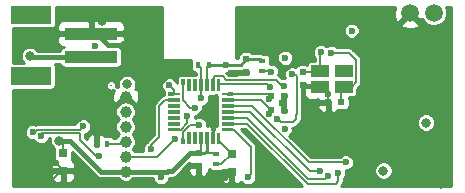
<source format=gbl>
G04 #@! TF.FileFunction,Copper,L4,Bot,Signal*
%FSLAX46Y46*%
G04 Gerber Fmt 4.6, Leading zero omitted, Abs format (unit mm)*
G04 Created by KiCad (PCBNEW 4.0.1-stable) date 27/01/2016 21:23:12*
%MOMM*%
G01*
G04 APERTURE LIST*
%ADD10C,0.100000*%
%ADD11R,0.600000X0.400000*%
%ADD12R,4.500000X1.000000*%
%ADD13R,3.400000X1.500000*%
%ADD14R,0.600000X0.500000*%
%ADD15R,0.500000X0.600000*%
%ADD16R,0.750000X0.800000*%
%ADD17C,1.500000*%
%ADD18C,1.000000*%
%ADD19R,0.400000X0.600000*%
%ADD20R,1.500000X1.000000*%
%ADD21R,0.300000X1.000000*%
%ADD22R,1.000000X0.300000*%
%ADD23C,0.600000*%
%ADD24C,0.800000*%
%ADD25C,0.150000*%
%ADD26C,0.280000*%
%ADD27C,0.400000*%
%ADD28C,0.180000*%
%ADD29C,0.300000*%
%ADD30C,0.254000*%
%ADD31C,0.250000*%
G04 APERTURE END LIST*
D10*
D11*
X68700000Y-61750000D03*
X68700000Y-60850000D03*
D12*
X58100000Y-52680000D03*
X58100000Y-50680000D03*
D13*
X53050000Y-54280000D03*
X53050000Y-49080000D03*
D14*
X79300000Y-56500000D03*
X78200000Y-56500000D03*
D15*
X76000000Y-53950000D03*
X76000000Y-55050000D03*
X67200000Y-60750000D03*
X67200000Y-61850000D03*
X71200000Y-52850000D03*
X71200000Y-53950000D03*
D14*
X73325000Y-55950000D03*
X74425000Y-55950000D03*
X73325000Y-57150000D03*
X74425000Y-57150000D03*
D16*
X55725000Y-60800000D03*
X55725000Y-62300000D03*
X70000000Y-60850000D03*
X70000000Y-62350000D03*
D17*
X87100000Y-48925000D03*
X85100000Y-48925000D03*
D18*
X61025000Y-62350000D03*
X61025000Y-61080000D03*
X61025000Y-59810000D03*
X61025000Y-58540000D03*
X61025000Y-57270000D03*
X61025000Y-56000000D03*
D11*
X72600000Y-52950000D03*
X72600000Y-53850000D03*
D19*
X67150000Y-53300000D03*
X68050000Y-53300000D03*
X58550000Y-60000000D03*
X59450000Y-60000000D03*
D20*
X77500000Y-53850000D03*
X77500000Y-55150000D03*
X79500000Y-53850000D03*
X79500000Y-55150000D03*
D10*
G36*
X65750000Y-54550000D02*
X66050000Y-54550000D01*
X66000000Y-55550000D01*
X65800000Y-55550000D01*
X65750000Y-54550000D01*
X65750000Y-54550000D01*
G37*
D21*
X66400000Y-55050000D03*
X66900000Y-55050000D03*
X67400000Y-55050000D03*
X67900000Y-55050000D03*
X68400000Y-55050000D03*
D10*
G36*
X68750000Y-54550000D02*
X69050000Y-54550000D01*
X69000000Y-55550000D01*
X68800000Y-55550000D01*
X68750000Y-54550000D01*
X68750000Y-54550000D01*
G37*
G36*
X70150000Y-55650000D02*
X70150000Y-55950000D01*
X69150000Y-55900000D01*
X69150000Y-55700000D01*
X70150000Y-55650000D01*
X70150000Y-55650000D01*
G37*
D22*
X69650000Y-56300000D03*
X69650000Y-56800000D03*
X69650000Y-57300000D03*
X69650000Y-57800000D03*
X69650000Y-58300000D03*
D10*
G36*
X70150000Y-58650000D02*
X70150000Y-58950000D01*
X69150000Y-58900000D01*
X69150000Y-58700000D01*
X70150000Y-58650000D01*
X70150000Y-58650000D01*
G37*
G36*
X69050000Y-60050000D02*
X68750000Y-60050000D01*
X68800000Y-59050000D01*
X69000000Y-59050000D01*
X69050000Y-60050000D01*
X69050000Y-60050000D01*
G37*
D21*
X68400000Y-59550000D03*
X67900000Y-59550000D03*
X67400000Y-59550000D03*
X66900000Y-59550000D03*
X66400000Y-59550000D03*
D10*
G36*
X66050000Y-60050000D02*
X65750000Y-60050000D01*
X65800000Y-59050000D01*
X66000000Y-59050000D01*
X66050000Y-60050000D01*
X66050000Y-60050000D01*
G37*
G36*
X64650000Y-58950000D02*
X64650000Y-58650000D01*
X65650000Y-58700000D01*
X65650000Y-58900000D01*
X64650000Y-58950000D01*
X64650000Y-58950000D01*
G37*
D22*
X65150000Y-58300000D03*
X65150000Y-57800000D03*
X65150000Y-57300000D03*
X65150000Y-56800000D03*
X65150000Y-56300000D03*
D10*
G36*
X64650000Y-55950000D02*
X64650000Y-55650000D01*
X65650000Y-55700000D01*
X65650000Y-55900000D01*
X64650000Y-55950000D01*
X64650000Y-55950000D01*
G37*
D23*
X78000000Y-58000000D03*
X77250000Y-57500000D03*
X77250000Y-58750000D03*
X81000000Y-56000000D03*
X80500000Y-57000000D03*
X77260000Y-56530000D03*
X78155000Y-55805000D03*
D24*
X68520000Y-58260000D03*
D23*
X51700000Y-56850000D03*
D24*
X58225000Y-57625000D03*
D23*
X55475000Y-57550000D03*
D24*
X53420000Y-56060000D03*
D23*
X57400000Y-57725000D03*
X83775000Y-48575000D03*
X88250000Y-53000000D03*
X88250000Y-52000000D03*
X88250000Y-50750000D03*
X88250000Y-49750000D03*
X88500000Y-49025000D03*
X86100000Y-49600000D03*
D24*
X77125000Y-51425000D03*
X73250000Y-49800000D03*
X73250000Y-49825000D03*
X60940000Y-51650000D03*
X55360000Y-55170000D03*
X56775000Y-55225000D03*
X53050000Y-57200000D03*
D23*
X55125000Y-61625000D03*
X52175000Y-63450000D03*
X74482500Y-62392500D03*
X87100000Y-62050000D03*
X79850000Y-62750000D03*
X75625000Y-59725000D03*
X80025000Y-58950000D03*
X79950000Y-57925000D03*
X80825000Y-57925000D03*
X79050000Y-57925000D03*
X78425000Y-58925000D03*
X79125000Y-58925000D03*
X80875000Y-58950000D03*
X74275000Y-56550000D03*
X59425000Y-54525000D03*
X58400000Y-51700000D03*
X58675000Y-54725000D03*
X58600000Y-55600000D03*
X64475000Y-54325000D03*
X59800000Y-58350000D03*
X59800000Y-59225000D03*
X54450000Y-63375000D03*
X85350000Y-60875000D03*
X84250000Y-60850000D03*
X88350000Y-63050000D03*
X88450000Y-61825000D03*
X88425000Y-60975000D03*
X88450000Y-59000000D03*
X87550000Y-59025000D03*
X85800000Y-58950000D03*
X82325000Y-59600000D03*
X83250000Y-59575000D03*
X84600000Y-59150000D03*
X88450000Y-56025000D03*
X87350000Y-58150000D03*
X88400000Y-58150000D03*
X87250000Y-56050000D03*
X86000000Y-55000000D03*
X87000000Y-55000000D03*
X88000000Y-55000000D03*
X84325000Y-55050000D03*
X84250000Y-52000000D03*
D24*
X82750000Y-53500000D03*
X81750000Y-53500000D03*
X81750000Y-52500000D03*
X82750000Y-52500000D03*
X84650000Y-51000000D03*
D23*
X82750000Y-49750000D03*
D24*
X78500000Y-48750000D03*
X79500000Y-48750000D03*
X80500000Y-48750000D03*
X81500000Y-48750000D03*
X82500000Y-48750000D03*
X77500000Y-48750000D03*
X76500000Y-48750000D03*
X75500000Y-48750000D03*
X74500000Y-48750000D03*
X73500000Y-48750000D03*
D23*
X72980000Y-51570000D03*
X69980000Y-54010000D03*
X72680000Y-61380000D03*
X68510000Y-62870000D03*
X69430000Y-62920000D03*
D24*
X54980000Y-51360000D03*
X52960000Y-51330000D03*
X61100000Y-50670000D03*
X61060000Y-49540000D03*
X60300000Y-48840000D03*
X59200000Y-48770000D03*
X59020000Y-49610000D03*
D23*
X64020000Y-62830000D03*
X74480000Y-58780000D03*
D24*
X86460000Y-58200000D03*
X82855000Y-62265000D03*
D23*
X80160000Y-50410000D03*
X74520000Y-52720000D03*
X69490000Y-53290000D03*
D24*
X61140000Y-54920000D03*
X55420000Y-59740000D03*
D23*
X73125000Y-56200000D03*
X73175000Y-57475000D03*
X79670000Y-61580000D03*
X67440000Y-56130000D03*
X65180000Y-59570000D03*
X66860000Y-56930000D03*
X57430000Y-58530000D03*
X53180000Y-59020000D03*
X63150000Y-60460000D03*
X58800000Y-61020000D03*
X53870000Y-59380000D03*
X64720000Y-55050000D03*
X67220000Y-58380000D03*
X66230000Y-57620000D03*
X71385000Y-62815000D03*
X74420000Y-55120000D03*
X73250000Y-55150000D03*
X77440000Y-62330000D03*
X78200000Y-62740000D03*
X79030000Y-62450000D03*
D24*
X52930000Y-52540000D03*
D23*
X78440000Y-52280000D03*
X77540000Y-52230000D03*
X73360000Y-53880000D03*
X73870000Y-57870000D03*
X75120000Y-54120000D03*
D25*
X59780000Y-55050000D02*
X59790000Y-55060000D01*
X78000000Y-58000000D02*
X77750000Y-58000000D01*
X77750000Y-58000000D02*
X77250000Y-57500000D01*
X78000000Y-58000000D02*
X77250000Y-58750000D01*
X80500000Y-57000000D02*
X80500000Y-56500000D01*
X80500000Y-56500000D02*
X81000000Y-56000000D01*
X80825000Y-57925000D02*
X80825000Y-57325000D01*
X80825000Y-57325000D02*
X80500000Y-57000000D01*
X79050000Y-57925000D02*
X78075000Y-57925000D01*
X78075000Y-57925000D02*
X78000000Y-58000000D01*
X78200000Y-56500000D02*
X77290000Y-56500000D01*
X77290000Y-56500000D02*
X77260000Y-56530000D01*
X78200000Y-55805000D02*
X78155000Y-55805000D01*
X78200000Y-56500000D02*
X78200000Y-55805000D01*
X78200000Y-55805000D02*
X78200000Y-55850000D01*
X78200000Y-55850000D02*
X77500000Y-55150000D01*
X76000000Y-55050000D02*
X77400000Y-55050000D01*
X77400000Y-55050000D02*
X77500000Y-55150000D01*
D26*
X68400000Y-59550000D02*
X68400000Y-58380000D01*
X68400000Y-58380000D02*
X68520000Y-58260000D01*
D27*
X53985000Y-56060000D02*
X55475000Y-57550000D01*
X53985000Y-56060000D02*
X53420000Y-56060000D01*
D28*
X57225000Y-57550000D02*
X55475000Y-57550000D01*
X57400000Y-57725000D02*
X57225000Y-57550000D01*
X82500000Y-48750000D02*
X83600000Y-48750000D01*
X83600000Y-48750000D02*
X83775000Y-48575000D01*
X88250000Y-49750000D02*
X88250000Y-49275000D01*
D25*
X88250000Y-53000000D02*
X88250000Y-52000000D01*
X88250000Y-50750000D02*
X88250000Y-49750000D01*
D28*
X88250000Y-49275000D02*
X88500000Y-49025000D01*
D29*
X73250000Y-49825000D02*
X73250000Y-49800000D01*
D27*
X59540000Y-51650000D02*
X60940000Y-51650000D01*
X58570000Y-50680000D02*
X59540000Y-51650000D01*
D29*
X55360000Y-55170000D02*
X56720000Y-55170000D01*
X56720000Y-55170000D02*
X56775000Y-55225000D01*
D25*
X55725000Y-62300000D02*
X55725000Y-62225000D01*
X55725000Y-62225000D02*
X55125000Y-61625000D01*
X54450000Y-63375000D02*
X52250000Y-63375000D01*
X52250000Y-63375000D02*
X52175000Y-63450000D01*
X74482500Y-62392500D02*
X74475000Y-62400000D01*
X81750000Y-54425000D02*
X81750000Y-53500000D01*
X81675000Y-54500000D02*
X81750000Y-54425000D01*
X79050000Y-57925000D02*
X79950000Y-57925000D01*
X79950000Y-57925000D02*
X80825000Y-57925000D01*
X79125000Y-58925000D02*
X78425000Y-58925000D01*
X80875000Y-58950000D02*
X80025000Y-58950000D01*
X80025000Y-58950000D02*
X79150000Y-58950000D01*
X79150000Y-58950000D02*
X79125000Y-58925000D01*
X79050000Y-58075000D02*
X79050000Y-58375000D01*
X79050000Y-57925000D02*
X79050000Y-58075000D01*
X79625000Y-58950000D02*
X80875000Y-58950000D01*
X79050000Y-58375000D02*
X79625000Y-58950000D01*
X74425000Y-56625000D02*
X74350000Y-56625000D01*
X74350000Y-56625000D02*
X74275000Y-56550000D01*
X74425000Y-55950000D02*
X74425000Y-56625000D01*
X74425000Y-56625000D02*
X74425000Y-57150000D01*
X58550000Y-60000000D02*
X58550000Y-59525000D01*
X59800000Y-58350000D02*
X59800000Y-59225000D01*
X58850000Y-59225000D02*
X59800000Y-59225000D01*
X58550000Y-59525000D02*
X58850000Y-59225000D01*
X55725000Y-62300000D02*
X55525000Y-62300000D01*
X55525000Y-62300000D02*
X54450000Y-63375000D01*
X85350000Y-60875000D02*
X84275000Y-60875000D01*
X84275000Y-60875000D02*
X84250000Y-60850000D01*
X88350000Y-63050000D02*
X87700000Y-63700000D01*
X88450000Y-61000000D02*
X88450000Y-61825000D01*
X88425000Y-60975000D02*
X88450000Y-61000000D01*
X87575000Y-59000000D02*
X88450000Y-59000000D01*
X87550000Y-59025000D02*
X87575000Y-59000000D01*
X83225000Y-59600000D02*
X82325000Y-59600000D01*
X83250000Y-59575000D02*
X83225000Y-59600000D01*
X88475000Y-57075000D02*
X88475000Y-58075000D01*
X88450000Y-56025000D02*
X88475000Y-56050000D01*
X88475000Y-56050000D02*
X88475000Y-57075000D01*
X88475000Y-58075000D02*
X88400000Y-58150000D01*
X87250000Y-56050000D02*
X87250000Y-56000000D01*
X85950000Y-55050000D02*
X86000000Y-55000000D01*
X87000000Y-55000000D02*
X88000000Y-55000000D01*
X84325000Y-55050000D02*
X85950000Y-55050000D01*
D26*
X84250000Y-52000000D02*
X83250000Y-52000000D01*
X82750000Y-53500000D02*
X82750000Y-54250000D01*
X81750000Y-52500000D02*
X81750000Y-53500000D01*
X83250000Y-52000000D02*
X82750000Y-52500000D01*
X84650000Y-51000000D02*
X84750000Y-51000000D01*
D29*
X79500000Y-48750000D02*
X80500000Y-48750000D01*
D26*
X81500000Y-48750000D02*
X82500000Y-48750000D01*
X75500000Y-48750000D02*
X76500000Y-48750000D01*
X73500000Y-48750000D02*
X74500000Y-48750000D01*
X77500000Y-48750000D02*
X78500000Y-48750000D01*
X70160000Y-54010000D02*
X70220000Y-53950000D01*
X70220000Y-53950000D02*
X70160000Y-54010000D01*
X70220000Y-53950000D02*
X70040000Y-53950000D01*
X70040000Y-53950000D02*
X69980000Y-54010000D01*
X71200000Y-53950000D02*
X70220000Y-53950000D01*
X69430000Y-62920000D02*
X70000000Y-62350000D01*
X68560000Y-62920000D02*
X69430000Y-62920000D01*
X68510000Y-62870000D02*
X68560000Y-62920000D01*
D27*
X58100000Y-50680000D02*
X58570000Y-50680000D01*
X58100000Y-50680000D02*
X61090000Y-50680000D01*
X61090000Y-50680000D02*
X61100000Y-50670000D01*
X61060000Y-49540000D02*
X60360000Y-48840000D01*
X60360000Y-48840000D02*
X60300000Y-48840000D01*
X59200000Y-48770000D02*
X59020000Y-48950000D01*
X59020000Y-48950000D02*
X59020000Y-49610000D01*
D25*
X67400000Y-59550000D02*
X67400000Y-60550000D01*
X67400000Y-60550000D02*
X67200000Y-60750000D01*
D27*
X63900000Y-62710000D02*
X63900000Y-62350000D01*
X64020000Y-62830000D02*
X63900000Y-62710000D01*
X63900000Y-62350000D02*
X64540000Y-62350000D01*
X61025000Y-62350000D02*
X63900000Y-62350000D01*
X66480000Y-60750000D02*
X67200000Y-60750000D01*
X64950000Y-62280000D02*
X64850000Y-62280000D01*
X66480000Y-60750000D02*
X64950000Y-62280000D01*
X64610000Y-62280000D02*
X64850000Y-62280000D01*
X64540000Y-62350000D02*
X64610000Y-62280000D01*
D26*
X71200000Y-52850000D02*
X72500000Y-52850000D01*
X72500000Y-52850000D02*
X72600000Y-52950000D01*
X68050000Y-53300000D02*
X68890000Y-53300000D01*
X68890000Y-53300000D02*
X68900000Y-53290000D01*
X68900000Y-53290000D02*
X69490000Y-53290000D01*
X70760000Y-53290000D02*
X71200000Y-52850000D01*
X69490000Y-53290000D02*
X70760000Y-53290000D01*
D27*
X61025000Y-62350000D02*
X58920000Y-62350000D01*
X56310000Y-59740000D02*
X55420000Y-59740000D01*
X58920000Y-62350000D02*
X56310000Y-59740000D01*
D28*
X55420000Y-59700000D02*
X55420000Y-59740000D01*
X55420000Y-59740000D02*
X55420000Y-59700000D01*
X55725000Y-60800000D02*
X55725000Y-60045000D01*
X55725000Y-60045000D02*
X55420000Y-59740000D01*
D25*
X67760000Y-60750000D02*
X68600000Y-60750000D01*
X68600000Y-60750000D02*
X68700000Y-60850000D01*
D30*
X67900000Y-59550000D02*
X67900000Y-60610000D01*
X67760000Y-60750000D02*
X67200000Y-60750000D01*
D25*
X67900000Y-60610000D02*
X67760000Y-60750000D01*
X67900000Y-55050000D02*
X67900000Y-53450000D01*
X67900000Y-53450000D02*
X68050000Y-53300000D01*
X72575000Y-55800000D02*
X73175000Y-55800000D01*
X73175000Y-55800000D02*
X73325000Y-55950000D01*
X73325000Y-55950000D02*
X73325000Y-56000000D01*
X73325000Y-56000000D02*
X73125000Y-56200000D01*
X69650000Y-55800000D02*
X72575000Y-55800000D01*
X72575000Y-55800000D02*
X72580000Y-55800000D01*
X72150000Y-56300000D02*
X72475000Y-56300000D01*
X72475000Y-56300000D02*
X73325000Y-57150000D01*
X73325000Y-57150000D02*
X73325000Y-57400000D01*
X73325000Y-57400000D02*
X73250000Y-57475000D01*
X73250000Y-57475000D02*
X73175000Y-57475000D01*
X72210000Y-56300000D02*
X72150000Y-56300000D01*
X72150000Y-56300000D02*
X69650000Y-56300000D01*
X69650000Y-56800000D02*
X71740000Y-56800000D01*
X78190000Y-61580000D02*
X79670000Y-61580000D01*
X76520000Y-61580000D02*
X78190000Y-61580000D01*
X71740000Y-56800000D02*
X76520000Y-61580000D01*
X67440000Y-56130000D02*
X67400000Y-56090000D01*
X67400000Y-56090000D02*
X67400000Y-55050000D01*
X63670000Y-61080000D02*
X65180000Y-59570000D01*
X61025000Y-61080000D02*
X63670000Y-61080000D01*
X67400000Y-55050000D02*
X67400000Y-53550000D01*
X67400000Y-53550000D02*
X67150000Y-53300000D01*
X59450000Y-60000000D02*
X60835000Y-60000000D01*
X60835000Y-60000000D02*
X61025000Y-59810000D01*
X65900000Y-55050000D02*
X65900000Y-56330000D01*
X66500000Y-56930000D02*
X66860000Y-56930000D01*
X65900000Y-56330000D02*
X66500000Y-56930000D01*
X53270000Y-59020000D02*
X53500000Y-58790000D01*
X53500000Y-58790000D02*
X57170000Y-58790000D01*
X57170000Y-58790000D02*
X57430000Y-58530000D01*
X53180000Y-59020000D02*
X53270000Y-59020000D01*
X53190000Y-59010000D02*
X53190000Y-58940000D01*
X53180000Y-59020000D02*
X53190000Y-59010000D01*
X65150000Y-56300000D02*
X64350000Y-56300000D01*
X63150000Y-60130000D02*
X63150000Y-60460000D01*
X63890000Y-59390000D02*
X63150000Y-60130000D01*
X63890000Y-56760000D02*
X63890000Y-59390000D01*
X64350000Y-56300000D02*
X63890000Y-56760000D01*
X58500000Y-61020000D02*
X58800000Y-61020000D01*
X53870000Y-59380000D02*
X53870000Y-59130000D01*
X53900000Y-59100000D02*
X57160000Y-59100000D01*
X53870000Y-59130000D02*
X53900000Y-59100000D01*
X57160000Y-59680000D02*
X58500000Y-61020000D01*
X58500000Y-61020000D02*
X58510000Y-61030000D01*
X57160000Y-59100000D02*
X57160000Y-59680000D01*
X64720000Y-55050000D02*
X65150000Y-55480000D01*
X65150000Y-55480000D02*
X65150000Y-55800000D01*
X68900000Y-59550000D02*
X68900000Y-59750000D01*
X68900000Y-59750000D02*
X70000000Y-60850000D01*
X68700000Y-61750000D02*
X69100000Y-61750000D01*
X69100000Y-61750000D02*
X70000000Y-60850000D01*
X65900000Y-58994266D02*
X66514266Y-58380000D01*
X66514266Y-58380000D02*
X67220000Y-58380000D01*
X65900000Y-59550000D02*
X65900000Y-58994266D01*
X65150000Y-58800000D02*
X65670000Y-58800000D01*
X66230000Y-58240000D02*
X66230000Y-57620000D01*
X66230000Y-57620000D02*
X66230000Y-57600000D01*
X65670000Y-58800000D02*
X66230000Y-58240000D01*
X71490000Y-62720000D02*
X71480000Y-62720000D01*
X71620000Y-62590000D02*
X71490000Y-62720000D01*
X69650000Y-58800000D02*
X70180000Y-58800000D01*
X71620000Y-60240000D02*
X71620000Y-62430000D01*
X70180000Y-58800000D02*
X71620000Y-60240000D01*
X71620000Y-62430000D02*
X71620000Y-62590000D01*
X71480000Y-62720000D02*
X71385000Y-62815000D01*
X71385000Y-62815000D02*
X71380000Y-62820000D01*
X71190000Y-54609998D02*
X73779998Y-54609998D01*
X74290000Y-55120000D02*
X74420000Y-55120000D01*
X73779998Y-54609998D02*
X74290000Y-55120000D01*
X68400000Y-55050000D02*
X68400000Y-54530000D01*
X69550000Y-54609998D02*
X71190000Y-54609998D01*
X71190000Y-54609998D02*
X71200000Y-54609998D01*
X69240002Y-54300000D02*
X69550000Y-54609998D01*
X68630000Y-54300000D02*
X69240002Y-54300000D01*
X68400000Y-54530000D02*
X68630000Y-54300000D01*
X73250000Y-55150000D02*
X73000000Y-54910000D01*
X73000000Y-54910000D02*
X69040000Y-54910000D01*
X69040000Y-54910000D02*
X68900000Y-55050000D01*
X69650000Y-57300000D02*
X71580000Y-57300000D01*
X76610000Y-62330000D02*
X77440000Y-62330000D01*
X71580000Y-57300000D02*
X76610000Y-62330000D01*
X71264266Y-57800000D02*
X69650000Y-57800000D01*
X76464266Y-63000000D02*
X71264266Y-57800000D01*
X77940000Y-63000000D02*
X76464266Y-63000000D01*
X78200000Y-62740000D02*
X77940000Y-63000000D01*
X69650000Y-58300000D02*
X71340000Y-58300000D01*
X79030000Y-63180000D02*
X79030000Y-62450000D01*
X78810000Y-63400000D02*
X79030000Y-63180000D01*
X76440000Y-63400000D02*
X78810000Y-63400000D01*
X71340000Y-58300000D02*
X76440000Y-63400000D01*
D27*
X58100000Y-52680000D02*
X53070000Y-52680000D01*
X53070000Y-52680000D02*
X52930000Y-52540000D01*
D25*
X80540000Y-54780000D02*
X80540000Y-52910000D01*
X80540000Y-52910000D02*
X79910000Y-52280000D01*
X79910000Y-52280000D02*
X78440000Y-52280000D01*
X80540000Y-54780000D02*
X80170000Y-55150000D01*
X79500000Y-55150000D02*
X80170000Y-55150000D01*
X79300000Y-56500000D02*
X79300000Y-55350000D01*
X79300000Y-55350000D02*
X79500000Y-55150000D01*
X77500000Y-52270000D02*
X77500000Y-53850000D01*
X77540000Y-52230000D02*
X77500000Y-52270000D01*
X76000000Y-53950000D02*
X77400000Y-53950000D01*
X77400000Y-53950000D02*
X77500000Y-53850000D01*
X73330000Y-53850000D02*
X72600000Y-53850000D01*
X73360000Y-53880000D02*
X73330000Y-53850000D01*
X75120000Y-54120000D02*
X75320000Y-54120000D01*
X74175000Y-58175000D02*
X73870000Y-57870000D01*
X75200000Y-58175000D02*
X74175000Y-58175000D01*
X75475000Y-57900000D02*
X75200000Y-58175000D01*
X75475000Y-57525000D02*
X75475000Y-57900000D01*
X75500000Y-57500000D02*
X75475000Y-57525000D01*
X75500000Y-54300000D02*
X75500000Y-57500000D01*
X75320000Y-54120000D02*
X75500000Y-54300000D01*
D31*
G36*
X83704501Y-48722635D02*
X83733286Y-49272073D01*
X83888169Y-49645994D01*
X84128307Y-49714259D01*
X84917566Y-48925000D01*
X84903424Y-48910858D01*
X85085858Y-48728424D01*
X85100000Y-48742566D01*
X85114142Y-48728424D01*
X85296576Y-48910858D01*
X85282434Y-48925000D01*
X86071693Y-49714259D01*
X86248192Y-49664085D01*
X86461907Y-49878172D01*
X86875242Y-50049804D01*
X87322795Y-50050195D01*
X87736429Y-49879285D01*
X88053172Y-49563093D01*
X88224804Y-49149758D01*
X88225195Y-48702205D01*
X88120986Y-48450000D01*
X88550000Y-48450000D01*
X88550000Y-63550000D01*
X79296396Y-63550000D01*
X79348198Y-63498198D01*
X79403711Y-63415117D01*
X79445746Y-63352208D01*
X79480000Y-63180000D01*
X79480000Y-62954547D01*
X79601903Y-62832856D01*
X79704883Y-62584855D01*
X79705027Y-62418481D01*
X82079866Y-62418481D01*
X82197604Y-62703429D01*
X82415425Y-62921630D01*
X82700167Y-63039865D01*
X83008481Y-63040134D01*
X83293429Y-62922396D01*
X83511630Y-62704575D01*
X83629865Y-62419833D01*
X83630134Y-62111519D01*
X83512396Y-61826571D01*
X83294575Y-61608370D01*
X83009833Y-61490135D01*
X82701519Y-61489866D01*
X82416571Y-61607604D01*
X82198370Y-61825425D01*
X82080135Y-62110167D01*
X82079866Y-62418481D01*
X79705027Y-62418481D01*
X79705117Y-62316323D01*
X79679783Y-62255009D01*
X79803677Y-62255117D01*
X80051857Y-62152571D01*
X80241903Y-61962856D01*
X80344883Y-61714855D01*
X80345117Y-61446323D01*
X80242571Y-61198143D01*
X80052856Y-61008097D01*
X79804855Y-60905117D01*
X79536323Y-60904883D01*
X79288143Y-61007429D01*
X79165358Y-61130000D01*
X76706396Y-61130000D01*
X74895441Y-59319045D01*
X75051903Y-59162856D01*
X75154883Y-58914855D01*
X75155117Y-58646323D01*
X75146307Y-58625000D01*
X75200000Y-58625000D01*
X75372208Y-58590746D01*
X75518198Y-58493198D01*
X75657915Y-58353481D01*
X85684866Y-58353481D01*
X85802604Y-58638429D01*
X86020425Y-58856630D01*
X86305167Y-58974865D01*
X86613481Y-58975134D01*
X86898429Y-58857396D01*
X87116630Y-58639575D01*
X87234865Y-58354833D01*
X87235134Y-58046519D01*
X87117396Y-57761571D01*
X86899575Y-57543370D01*
X86614833Y-57425135D01*
X86306519Y-57424866D01*
X86021571Y-57542604D01*
X85803370Y-57760425D01*
X85685135Y-58045167D01*
X85684866Y-58353481D01*
X75657915Y-58353481D01*
X75793198Y-58218198D01*
X75800394Y-58207429D01*
X75890746Y-58072208D01*
X75925000Y-57900000D01*
X75925000Y-57625685D01*
X75950000Y-57500000D01*
X75950000Y-56783250D01*
X77267000Y-56783250D01*
X77267000Y-56875912D01*
X77363369Y-57108566D01*
X77541435Y-57286632D01*
X77774089Y-57383000D01*
X77912750Y-57383000D01*
X78071000Y-57224750D01*
X78071000Y-56625000D01*
X77425250Y-56625000D01*
X77267000Y-56783250D01*
X75950000Y-56783250D01*
X75950000Y-54901000D01*
X76125000Y-54901000D01*
X76125000Y-54921000D01*
X76175250Y-54921000D01*
X76275250Y-55021000D01*
X77371000Y-55021000D01*
X77371000Y-55001000D01*
X77629000Y-55001000D01*
X77629000Y-55021000D01*
X77649000Y-55021000D01*
X77649000Y-55279000D01*
X77629000Y-55279000D01*
X77629000Y-55299000D01*
X77371000Y-55299000D01*
X77371000Y-55279000D01*
X76824750Y-55279000D01*
X76724750Y-55179000D01*
X76125000Y-55179000D01*
X76125000Y-55429250D01*
X76117000Y-55437250D01*
X76117000Y-55775912D01*
X76125000Y-55795226D01*
X76125000Y-55824750D01*
X76145877Y-55845627D01*
X76213369Y-56008566D01*
X76391435Y-56186632D01*
X76624089Y-56283000D01*
X77212750Y-56283000D01*
X77273000Y-56222750D01*
X77425250Y-56375000D01*
X78071000Y-56375000D01*
X78071000Y-56351000D01*
X78329000Y-56351000D01*
X78329000Y-56375000D01*
X78349000Y-56375000D01*
X78349000Y-56625000D01*
X78329000Y-56625000D01*
X78329000Y-57224750D01*
X78487250Y-57383000D01*
X78625911Y-57383000D01*
X78858565Y-57286632D01*
X79012851Y-57132346D01*
X79600000Y-57132346D01*
X79738966Y-57106198D01*
X79866599Y-57024069D01*
X79952223Y-56898754D01*
X79982346Y-56750000D01*
X79982346Y-56250000D01*
X79956198Y-56111034D01*
X79905564Y-56032346D01*
X80250000Y-56032346D01*
X80388966Y-56006198D01*
X80516599Y-55924069D01*
X80602223Y-55798754D01*
X80632346Y-55650000D01*
X80632346Y-55324050D01*
X80858198Y-55098198D01*
X80883721Y-55060000D01*
X80955746Y-54952208D01*
X80990000Y-54780000D01*
X80990000Y-52910000D01*
X80978313Y-52851246D01*
X80955747Y-52737793D01*
X80858198Y-52591802D01*
X80228198Y-51961802D01*
X80153368Y-51911802D01*
X80082208Y-51864254D01*
X79910000Y-51830000D01*
X78944547Y-51830000D01*
X78822856Y-51708097D01*
X78574855Y-51605117D01*
X78306323Y-51604883D01*
X78058143Y-51707429D01*
X78015048Y-51750449D01*
X77922856Y-51658097D01*
X77674855Y-51555117D01*
X77406323Y-51554883D01*
X77158143Y-51657429D01*
X76968097Y-51847144D01*
X76865117Y-52095145D01*
X76864883Y-52363677D01*
X76967429Y-52611857D01*
X77050000Y-52694572D01*
X77050000Y-52967654D01*
X76750000Y-52967654D01*
X76611034Y-52993802D01*
X76483401Y-53075931D01*
X76397777Y-53201246D01*
X76379038Y-53293784D01*
X76250000Y-53267654D01*
X75750000Y-53267654D01*
X75611034Y-53293802D01*
X75483401Y-53375931D01*
X75397777Y-53501246D01*
X75397176Y-53504214D01*
X75254855Y-53445117D01*
X74986323Y-53444883D01*
X74738143Y-53547429D01*
X74548097Y-53737144D01*
X74445117Y-53985145D01*
X74444883Y-54253677D01*
X74523973Y-54445090D01*
X74286323Y-54444883D01*
X74261525Y-54455129D01*
X74098196Y-54291800D01*
X74085626Y-54283401D01*
X73958613Y-54198533D01*
X74034883Y-54014855D01*
X74035117Y-53746323D01*
X73932571Y-53498143D01*
X73742856Y-53308097D01*
X73494855Y-53205117D01*
X73271224Y-53204922D01*
X73282346Y-53150000D01*
X73282346Y-52853677D01*
X73844883Y-52853677D01*
X73947429Y-53101857D01*
X74137144Y-53291903D01*
X74385145Y-53394883D01*
X74653677Y-53395117D01*
X74901857Y-53292571D01*
X75091903Y-53102856D01*
X75194883Y-52854855D01*
X75195117Y-52586323D01*
X75092571Y-52338143D01*
X74902856Y-52148097D01*
X74654855Y-52045117D01*
X74386323Y-52044883D01*
X74138143Y-52147429D01*
X73948097Y-52337144D01*
X73845117Y-52585145D01*
X73844883Y-52853677D01*
X73282346Y-52853677D01*
X73282346Y-52750000D01*
X73256198Y-52611034D01*
X73174069Y-52483401D01*
X73048754Y-52397777D01*
X72900000Y-52367654D01*
X72664163Y-52367654D01*
X72500000Y-52335000D01*
X71757272Y-52335000D01*
X71724069Y-52283401D01*
X71598754Y-52197777D01*
X71450000Y-52167654D01*
X70950000Y-52167654D01*
X70811034Y-52193802D01*
X70683401Y-52275931D01*
X70597777Y-52401246D01*
X70567654Y-52550000D01*
X70567654Y-52754026D01*
X70546680Y-52775000D01*
X70369937Y-52775000D01*
X70375000Y-52750000D01*
X70375000Y-50543677D01*
X79484883Y-50543677D01*
X79587429Y-50791857D01*
X79777144Y-50981903D01*
X80025145Y-51084883D01*
X80293677Y-51085117D01*
X80541857Y-50982571D01*
X80731903Y-50792856D01*
X80834883Y-50544855D01*
X80835117Y-50276323D01*
X80732571Y-50028143D01*
X80601350Y-49896693D01*
X84310741Y-49896693D01*
X84379006Y-50136831D01*
X84897635Y-50320499D01*
X85447073Y-50291714D01*
X85820994Y-50136831D01*
X85889259Y-49896693D01*
X85100000Y-49107434D01*
X84310741Y-49896693D01*
X80601350Y-49896693D01*
X80542856Y-49838097D01*
X80294855Y-49735117D01*
X80026323Y-49734883D01*
X79778143Y-49837429D01*
X79588097Y-50027144D01*
X79485117Y-50275145D01*
X79484883Y-50543677D01*
X70375000Y-50543677D01*
X70375000Y-48450000D01*
X83801052Y-48450000D01*
X83704501Y-48722635D01*
X83704501Y-48722635D01*
G37*
X83704501Y-48722635D02*
X83733286Y-49272073D01*
X83888169Y-49645994D01*
X84128307Y-49714259D01*
X84917566Y-48925000D01*
X84903424Y-48910858D01*
X85085858Y-48728424D01*
X85100000Y-48742566D01*
X85114142Y-48728424D01*
X85296576Y-48910858D01*
X85282434Y-48925000D01*
X86071693Y-49714259D01*
X86248192Y-49664085D01*
X86461907Y-49878172D01*
X86875242Y-50049804D01*
X87322795Y-50050195D01*
X87736429Y-49879285D01*
X88053172Y-49563093D01*
X88224804Y-49149758D01*
X88225195Y-48702205D01*
X88120986Y-48450000D01*
X88550000Y-48450000D01*
X88550000Y-63550000D01*
X79296396Y-63550000D01*
X79348198Y-63498198D01*
X79403711Y-63415117D01*
X79445746Y-63352208D01*
X79480000Y-63180000D01*
X79480000Y-62954547D01*
X79601903Y-62832856D01*
X79704883Y-62584855D01*
X79705027Y-62418481D01*
X82079866Y-62418481D01*
X82197604Y-62703429D01*
X82415425Y-62921630D01*
X82700167Y-63039865D01*
X83008481Y-63040134D01*
X83293429Y-62922396D01*
X83511630Y-62704575D01*
X83629865Y-62419833D01*
X83630134Y-62111519D01*
X83512396Y-61826571D01*
X83294575Y-61608370D01*
X83009833Y-61490135D01*
X82701519Y-61489866D01*
X82416571Y-61607604D01*
X82198370Y-61825425D01*
X82080135Y-62110167D01*
X82079866Y-62418481D01*
X79705027Y-62418481D01*
X79705117Y-62316323D01*
X79679783Y-62255009D01*
X79803677Y-62255117D01*
X80051857Y-62152571D01*
X80241903Y-61962856D01*
X80344883Y-61714855D01*
X80345117Y-61446323D01*
X80242571Y-61198143D01*
X80052856Y-61008097D01*
X79804855Y-60905117D01*
X79536323Y-60904883D01*
X79288143Y-61007429D01*
X79165358Y-61130000D01*
X76706396Y-61130000D01*
X74895441Y-59319045D01*
X75051903Y-59162856D01*
X75154883Y-58914855D01*
X75155117Y-58646323D01*
X75146307Y-58625000D01*
X75200000Y-58625000D01*
X75372208Y-58590746D01*
X75518198Y-58493198D01*
X75657915Y-58353481D01*
X85684866Y-58353481D01*
X85802604Y-58638429D01*
X86020425Y-58856630D01*
X86305167Y-58974865D01*
X86613481Y-58975134D01*
X86898429Y-58857396D01*
X87116630Y-58639575D01*
X87234865Y-58354833D01*
X87235134Y-58046519D01*
X87117396Y-57761571D01*
X86899575Y-57543370D01*
X86614833Y-57425135D01*
X86306519Y-57424866D01*
X86021571Y-57542604D01*
X85803370Y-57760425D01*
X85685135Y-58045167D01*
X85684866Y-58353481D01*
X75657915Y-58353481D01*
X75793198Y-58218198D01*
X75800394Y-58207429D01*
X75890746Y-58072208D01*
X75925000Y-57900000D01*
X75925000Y-57625685D01*
X75950000Y-57500000D01*
X75950000Y-56783250D01*
X77267000Y-56783250D01*
X77267000Y-56875912D01*
X77363369Y-57108566D01*
X77541435Y-57286632D01*
X77774089Y-57383000D01*
X77912750Y-57383000D01*
X78071000Y-57224750D01*
X78071000Y-56625000D01*
X77425250Y-56625000D01*
X77267000Y-56783250D01*
X75950000Y-56783250D01*
X75950000Y-54901000D01*
X76125000Y-54901000D01*
X76125000Y-54921000D01*
X76175250Y-54921000D01*
X76275250Y-55021000D01*
X77371000Y-55021000D01*
X77371000Y-55001000D01*
X77629000Y-55001000D01*
X77629000Y-55021000D01*
X77649000Y-55021000D01*
X77649000Y-55279000D01*
X77629000Y-55279000D01*
X77629000Y-55299000D01*
X77371000Y-55299000D01*
X77371000Y-55279000D01*
X76824750Y-55279000D01*
X76724750Y-55179000D01*
X76125000Y-55179000D01*
X76125000Y-55429250D01*
X76117000Y-55437250D01*
X76117000Y-55775912D01*
X76125000Y-55795226D01*
X76125000Y-55824750D01*
X76145877Y-55845627D01*
X76213369Y-56008566D01*
X76391435Y-56186632D01*
X76624089Y-56283000D01*
X77212750Y-56283000D01*
X77273000Y-56222750D01*
X77425250Y-56375000D01*
X78071000Y-56375000D01*
X78071000Y-56351000D01*
X78329000Y-56351000D01*
X78329000Y-56375000D01*
X78349000Y-56375000D01*
X78349000Y-56625000D01*
X78329000Y-56625000D01*
X78329000Y-57224750D01*
X78487250Y-57383000D01*
X78625911Y-57383000D01*
X78858565Y-57286632D01*
X79012851Y-57132346D01*
X79600000Y-57132346D01*
X79738966Y-57106198D01*
X79866599Y-57024069D01*
X79952223Y-56898754D01*
X79982346Y-56750000D01*
X79982346Y-56250000D01*
X79956198Y-56111034D01*
X79905564Y-56032346D01*
X80250000Y-56032346D01*
X80388966Y-56006198D01*
X80516599Y-55924069D01*
X80602223Y-55798754D01*
X80632346Y-55650000D01*
X80632346Y-55324050D01*
X80858198Y-55098198D01*
X80883721Y-55060000D01*
X80955746Y-54952208D01*
X80990000Y-54780000D01*
X80990000Y-52910000D01*
X80978313Y-52851246D01*
X80955747Y-52737793D01*
X80858198Y-52591802D01*
X80228198Y-51961802D01*
X80153368Y-51911802D01*
X80082208Y-51864254D01*
X79910000Y-51830000D01*
X78944547Y-51830000D01*
X78822856Y-51708097D01*
X78574855Y-51605117D01*
X78306323Y-51604883D01*
X78058143Y-51707429D01*
X78015048Y-51750449D01*
X77922856Y-51658097D01*
X77674855Y-51555117D01*
X77406323Y-51554883D01*
X77158143Y-51657429D01*
X76968097Y-51847144D01*
X76865117Y-52095145D01*
X76864883Y-52363677D01*
X76967429Y-52611857D01*
X77050000Y-52694572D01*
X77050000Y-52967654D01*
X76750000Y-52967654D01*
X76611034Y-52993802D01*
X76483401Y-53075931D01*
X76397777Y-53201246D01*
X76379038Y-53293784D01*
X76250000Y-53267654D01*
X75750000Y-53267654D01*
X75611034Y-53293802D01*
X75483401Y-53375931D01*
X75397777Y-53501246D01*
X75397176Y-53504214D01*
X75254855Y-53445117D01*
X74986323Y-53444883D01*
X74738143Y-53547429D01*
X74548097Y-53737144D01*
X74445117Y-53985145D01*
X74444883Y-54253677D01*
X74523973Y-54445090D01*
X74286323Y-54444883D01*
X74261525Y-54455129D01*
X74098196Y-54291800D01*
X74085626Y-54283401D01*
X73958613Y-54198533D01*
X74034883Y-54014855D01*
X74035117Y-53746323D01*
X73932571Y-53498143D01*
X73742856Y-53308097D01*
X73494855Y-53205117D01*
X73271224Y-53204922D01*
X73282346Y-53150000D01*
X73282346Y-52853677D01*
X73844883Y-52853677D01*
X73947429Y-53101857D01*
X74137144Y-53291903D01*
X74385145Y-53394883D01*
X74653677Y-53395117D01*
X74901857Y-53292571D01*
X75091903Y-53102856D01*
X75194883Y-52854855D01*
X75195117Y-52586323D01*
X75092571Y-52338143D01*
X74902856Y-52148097D01*
X74654855Y-52045117D01*
X74386323Y-52044883D01*
X74138143Y-52147429D01*
X73948097Y-52337144D01*
X73845117Y-52585145D01*
X73844883Y-52853677D01*
X73282346Y-52853677D01*
X73282346Y-52750000D01*
X73256198Y-52611034D01*
X73174069Y-52483401D01*
X73048754Y-52397777D01*
X72900000Y-52367654D01*
X72664163Y-52367654D01*
X72500000Y-52335000D01*
X71757272Y-52335000D01*
X71724069Y-52283401D01*
X71598754Y-52197777D01*
X71450000Y-52167654D01*
X70950000Y-52167654D01*
X70811034Y-52193802D01*
X70683401Y-52275931D01*
X70597777Y-52401246D01*
X70567654Y-52550000D01*
X70567654Y-52754026D01*
X70546680Y-52775000D01*
X70369937Y-52775000D01*
X70375000Y-52750000D01*
X70375000Y-50543677D01*
X79484883Y-50543677D01*
X79587429Y-50791857D01*
X79777144Y-50981903D01*
X80025145Y-51084883D01*
X80293677Y-51085117D01*
X80541857Y-50982571D01*
X80731903Y-50792856D01*
X80834883Y-50544855D01*
X80835117Y-50276323D01*
X80732571Y-50028143D01*
X80601350Y-49896693D01*
X84310741Y-49896693D01*
X84379006Y-50136831D01*
X84897635Y-50320499D01*
X85447073Y-50291714D01*
X85820994Y-50136831D01*
X85889259Y-49896693D01*
X85100000Y-49107434D01*
X84310741Y-49896693D01*
X80601350Y-49896693D01*
X80542856Y-49838097D01*
X80294855Y-49735117D01*
X80026323Y-49734883D01*
X79778143Y-49837429D01*
X79588097Y-50027144D01*
X79485117Y-50275145D01*
X79484883Y-50543677D01*
X70375000Y-50543677D01*
X70375000Y-48450000D01*
X83801052Y-48450000D01*
X83704501Y-48722635D01*
G36*
X64125000Y-52750000D02*
X64133549Y-52795432D01*
X64160399Y-52837159D01*
X64201368Y-52865152D01*
X64250000Y-52875000D01*
X66592967Y-52875000D01*
X66567654Y-53000000D01*
X66567654Y-53600000D01*
X66593802Y-53738966D01*
X66675931Y-53866599D01*
X66801246Y-53952223D01*
X66950000Y-53982346D01*
X66950000Y-54167654D01*
X66750000Y-54167654D01*
X66646329Y-54187161D01*
X66550000Y-54167654D01*
X66250000Y-54167654D01*
X66146329Y-54187161D01*
X66050000Y-54167654D01*
X65750000Y-54167654D01*
X65593419Y-54201186D01*
X65470048Y-54289587D01*
X65390789Y-54419021D01*
X65368131Y-54569093D01*
X65384168Y-54889823D01*
X65292571Y-54668143D01*
X65102856Y-54478097D01*
X64854855Y-54375117D01*
X64586323Y-54374883D01*
X64338143Y-54477429D01*
X64148097Y-54667144D01*
X64045117Y-54915145D01*
X64044883Y-55183677D01*
X64147429Y-55431857D01*
X64284103Y-55568770D01*
X64267654Y-55650000D01*
X64267654Y-55866379D01*
X64177792Y-55884254D01*
X64031802Y-55981802D01*
X63571802Y-56441802D01*
X63474254Y-56587792D01*
X63440000Y-56760000D01*
X63440000Y-59203604D01*
X62831802Y-59811802D01*
X62786276Y-59879937D01*
X62768143Y-59887429D01*
X62578097Y-60077144D01*
X62475117Y-60325145D01*
X62474883Y-60593677D01*
X62489891Y-60630000D01*
X61785815Y-60630000D01*
X61767221Y-60585000D01*
X61627437Y-60444972D01*
X61766356Y-60306295D01*
X61899848Y-59984812D01*
X61900151Y-59636715D01*
X61767221Y-59315000D01*
X61627437Y-59174972D01*
X61766356Y-59036295D01*
X61899848Y-58714812D01*
X61900151Y-58366715D01*
X61767221Y-58045000D01*
X61627437Y-57904972D01*
X61766356Y-57766295D01*
X61899848Y-57444812D01*
X61900151Y-57096715D01*
X61767221Y-56775000D01*
X61521295Y-56528644D01*
X61264636Y-56422069D01*
X61025000Y-56182434D01*
X60785032Y-56422402D01*
X60530000Y-56527779D01*
X60283644Y-56773705D01*
X60150152Y-57095188D01*
X60149849Y-57443285D01*
X60282779Y-57765000D01*
X60422563Y-57905028D01*
X60283644Y-58043705D01*
X60150152Y-58365188D01*
X60149849Y-58713285D01*
X60282779Y-59035000D01*
X60422563Y-59175028D01*
X60283644Y-59313705D01*
X60185525Y-59550000D01*
X59999098Y-59550000D01*
X59924069Y-59433401D01*
X59798754Y-59347777D01*
X59650000Y-59317654D01*
X59262851Y-59317654D01*
X59108565Y-59163368D01*
X58875911Y-59067000D01*
X58808250Y-59067000D01*
X58650000Y-59225250D01*
X58650000Y-59871000D01*
X58699000Y-59871000D01*
X58699000Y-60129000D01*
X58650000Y-60129000D01*
X58650000Y-60149000D01*
X58450000Y-60149000D01*
X58450000Y-60129000D01*
X58401000Y-60129000D01*
X58401000Y-59871000D01*
X58450000Y-59871000D01*
X58450000Y-59225250D01*
X58291750Y-59067000D01*
X58224089Y-59067000D01*
X57991435Y-59163368D01*
X57813369Y-59341434D01*
X57717000Y-59574088D01*
X57717000Y-59600604D01*
X57610000Y-59493604D01*
X57610000Y-59185977D01*
X57811857Y-59102571D01*
X58001903Y-58912856D01*
X58104883Y-58664855D01*
X58105117Y-58396323D01*
X58002571Y-58148143D01*
X57812856Y-57958097D01*
X57564855Y-57855117D01*
X57296323Y-57854883D01*
X57048143Y-57957429D01*
X56858097Y-58147144D01*
X56778015Y-58340000D01*
X53500000Y-58340000D01*
X53366488Y-58366557D01*
X53314855Y-58345117D01*
X53046323Y-58344883D01*
X52798143Y-58447429D01*
X52608097Y-58637144D01*
X52505117Y-58885145D01*
X52504883Y-59153677D01*
X52607429Y-59401857D01*
X52797144Y-59591903D01*
X53045145Y-59694883D01*
X53269837Y-59695079D01*
X53297429Y-59761857D01*
X53487144Y-59951903D01*
X53735145Y-60054883D01*
X54003677Y-60055117D01*
X54251857Y-59952571D01*
X54441903Y-59762856D01*
X54530289Y-59550000D01*
X54659738Y-59550000D01*
X54645135Y-59585167D01*
X54644866Y-59893481D01*
X54762604Y-60178429D01*
X54970375Y-60386563D01*
X54967654Y-60400000D01*
X54967654Y-61200000D01*
X54993802Y-61338966D01*
X55005702Y-61357459D01*
X54991434Y-61363369D01*
X54813368Y-61541435D01*
X54717000Y-61774089D01*
X54717000Y-62012750D01*
X54875250Y-62171000D01*
X55596000Y-62171000D01*
X55596000Y-62151000D01*
X55854000Y-62151000D01*
X55854000Y-62171000D01*
X56574750Y-62171000D01*
X56733000Y-62012750D01*
X56733000Y-61774089D01*
X56636632Y-61541435D01*
X56458566Y-61363369D01*
X56445839Y-61358097D01*
X56452223Y-61348754D01*
X56482346Y-61200000D01*
X56482346Y-60725518D01*
X58513413Y-62756586D01*
X58595195Y-62811231D01*
X58699957Y-62881231D01*
X58920000Y-62925000D01*
X60362639Y-62925000D01*
X60528705Y-63091356D01*
X60850188Y-63224848D01*
X61198285Y-63225151D01*
X61520000Y-63092221D01*
X61687513Y-62925000D01*
X63344917Y-62925000D01*
X63344883Y-62963677D01*
X63447429Y-63211857D01*
X63637144Y-63401903D01*
X63885145Y-63504883D01*
X64153677Y-63505117D01*
X64401857Y-63402571D01*
X64591903Y-63212856D01*
X64694883Y-62964855D01*
X64694945Y-62894180D01*
X64760043Y-62881231D01*
X64799300Y-62855000D01*
X64950000Y-62855000D01*
X65170043Y-62811231D01*
X65356586Y-62686586D01*
X65905922Y-62137250D01*
X66317000Y-62137250D01*
X66317000Y-62275911D01*
X66413368Y-62508565D01*
X66591434Y-62686631D01*
X66824088Y-62783000D01*
X66916750Y-62783000D01*
X67075000Y-62624750D01*
X67075000Y-61979000D01*
X66475250Y-61979000D01*
X66317000Y-62137250D01*
X65905922Y-62137250D01*
X66398711Y-61644461D01*
X66475250Y-61721000D01*
X67075000Y-61721000D01*
X67075000Y-61701000D01*
X67325000Y-61701000D01*
X67325000Y-61721000D01*
X67349000Y-61721000D01*
X67349000Y-61979000D01*
X67325000Y-61979000D01*
X67325000Y-62624750D01*
X67483250Y-62783000D01*
X67575912Y-62783000D01*
X67808566Y-62686631D01*
X67857947Y-62637250D01*
X68992000Y-62637250D01*
X68992000Y-62875911D01*
X69088368Y-63108565D01*
X69266434Y-63286631D01*
X69499088Y-63383000D01*
X69712750Y-63383000D01*
X69871000Y-63224750D01*
X69871000Y-62479000D01*
X69150250Y-62479000D01*
X68992000Y-62637250D01*
X67857947Y-62637250D01*
X67986632Y-62508565D01*
X68083000Y-62275911D01*
X68083000Y-62149882D01*
X68125931Y-62216599D01*
X68251246Y-62302223D01*
X68400000Y-62332346D01*
X69000000Y-62332346D01*
X69138966Y-62306198D01*
X69266599Y-62224069D01*
X69268696Y-62221000D01*
X69871000Y-62221000D01*
X69871000Y-62201000D01*
X70129000Y-62201000D01*
X70129000Y-62221000D01*
X70149000Y-62221000D01*
X70149000Y-62479000D01*
X70129000Y-62479000D01*
X70129000Y-63224750D01*
X70287250Y-63383000D01*
X70500912Y-63383000D01*
X70733566Y-63286631D01*
X70817880Y-63202317D01*
X71002144Y-63386903D01*
X71250145Y-63489883D01*
X71518677Y-63490117D01*
X71766857Y-63387571D01*
X71956903Y-63197856D01*
X72059883Y-62949855D01*
X72060117Y-62681323D01*
X72054526Y-62667792D01*
X72070000Y-62590000D01*
X72070000Y-60240000D01*
X72065777Y-60218769D01*
X72035747Y-60067793D01*
X71938198Y-59921802D01*
X70766396Y-58750000D01*
X71153604Y-58750000D01*
X75953604Y-63550000D01*
X51450000Y-63550000D01*
X51450000Y-62587250D01*
X54717000Y-62587250D01*
X54717000Y-62825911D01*
X54813368Y-63058565D01*
X54991434Y-63236631D01*
X55224088Y-63333000D01*
X55437750Y-63333000D01*
X55596000Y-63174750D01*
X55596000Y-62429000D01*
X55854000Y-62429000D01*
X55854000Y-63174750D01*
X56012250Y-63333000D01*
X56225912Y-63333000D01*
X56458566Y-63236631D01*
X56636632Y-63058565D01*
X56733000Y-62825911D01*
X56733000Y-62587250D01*
X56574750Y-62429000D01*
X55854000Y-62429000D01*
X55596000Y-62429000D01*
X54875250Y-62429000D01*
X54717000Y-62587250D01*
X51450000Y-62587250D01*
X51450000Y-55412346D01*
X54750000Y-55412346D01*
X54888966Y-55386198D01*
X55016599Y-55304069D01*
X55102223Y-55178754D01*
X55128295Y-55050000D01*
X59330000Y-55050000D01*
X59364254Y-55222207D01*
X59461802Y-55368198D01*
X59471802Y-55378198D01*
X59617793Y-55475746D01*
X59790000Y-55510000D01*
X59962207Y-55475746D01*
X60017369Y-55438888D01*
X59878632Y-55857447D01*
X59911341Y-56306994D01*
X60020447Y-56570398D01*
X60234762Y-56607805D01*
X60842566Y-56000000D01*
X60828424Y-55985858D01*
X61010858Y-55803424D01*
X61025000Y-55817566D01*
X61039142Y-55803424D01*
X61221576Y-55985858D01*
X61207434Y-56000000D01*
X61815238Y-56607805D01*
X62029553Y-56570398D01*
X62171368Y-56142553D01*
X62138659Y-55693006D01*
X62029553Y-55429602D01*
X61815241Y-55392195D01*
X61931334Y-55276102D01*
X61860644Y-55205412D01*
X61914865Y-55074833D01*
X61915134Y-54766519D01*
X61797396Y-54481571D01*
X61579575Y-54263370D01*
X61294833Y-54145135D01*
X60986519Y-54144866D01*
X60701571Y-54262604D01*
X60483370Y-54480425D01*
X60365135Y-54765167D01*
X60364866Y-55073481D01*
X60418377Y-55202988D01*
X60417195Y-55209759D01*
X60301102Y-55093666D01*
X60216469Y-55178299D01*
X60240000Y-55060000D01*
X60205746Y-54887793D01*
X60108198Y-54741802D01*
X60098198Y-54731802D01*
X59952207Y-54634254D01*
X59780000Y-54600000D01*
X59607793Y-54634254D01*
X59461802Y-54731802D01*
X59364254Y-54877793D01*
X59330000Y-55050000D01*
X55128295Y-55050000D01*
X55132346Y-55030000D01*
X55132346Y-53530000D01*
X55106198Y-53391034D01*
X55024069Y-53263401D01*
X55011774Y-53255000D01*
X55481766Y-53255000D01*
X55493802Y-53318966D01*
X55575931Y-53446599D01*
X55701246Y-53532223D01*
X55850000Y-53562346D01*
X60350000Y-53562346D01*
X60488966Y-53536198D01*
X60616599Y-53454069D01*
X60702223Y-53328754D01*
X60732346Y-53180000D01*
X60732346Y-52180000D01*
X60706198Y-52041034D01*
X60624069Y-51913401D01*
X60498754Y-51827777D01*
X60425782Y-51813000D01*
X60475912Y-51813000D01*
X60708566Y-51716631D01*
X60886632Y-51538565D01*
X60983000Y-51305911D01*
X60983000Y-50967250D01*
X60824750Y-50809000D01*
X58229000Y-50809000D01*
X58229000Y-50829000D01*
X57971000Y-50829000D01*
X57971000Y-50809000D01*
X55375250Y-50809000D01*
X55217000Y-50967250D01*
X55217000Y-51305911D01*
X55313368Y-51538565D01*
X55491434Y-51716631D01*
X55724088Y-51813000D01*
X55768442Y-51813000D01*
X55711034Y-51823802D01*
X55583401Y-51905931D01*
X55497777Y-52031246D01*
X55482842Y-52105000D01*
X53588813Y-52105000D01*
X53587396Y-52101571D01*
X53369575Y-51883370D01*
X53084833Y-51765135D01*
X52776519Y-51764866D01*
X52491571Y-51882604D01*
X52273370Y-52100425D01*
X52155135Y-52385167D01*
X52154866Y-52693481D01*
X52272604Y-52978429D01*
X52441534Y-53147654D01*
X51450000Y-53147654D01*
X51450000Y-50212346D01*
X54750000Y-50212346D01*
X54888966Y-50186198D01*
X55016599Y-50104069D01*
X55050748Y-50054089D01*
X55217000Y-50054089D01*
X55217000Y-50392750D01*
X55375250Y-50551000D01*
X57971000Y-50551000D01*
X57971000Y-49705250D01*
X58229000Y-49705250D01*
X58229000Y-50551000D01*
X60824750Y-50551000D01*
X60983000Y-50392750D01*
X60983000Y-50054089D01*
X60886632Y-49821435D01*
X60708566Y-49643369D01*
X60475912Y-49547000D01*
X58387250Y-49547000D01*
X58229000Y-49705250D01*
X57971000Y-49705250D01*
X57812750Y-49547000D01*
X55724088Y-49547000D01*
X55491434Y-49643369D01*
X55313368Y-49821435D01*
X55217000Y-50054089D01*
X55050748Y-50054089D01*
X55102223Y-49978754D01*
X55132346Y-49830000D01*
X55132346Y-48450000D01*
X64125000Y-48450000D01*
X64125000Y-52750000D01*
X64125000Y-52750000D01*
G37*
X64125000Y-52750000D02*
X64133549Y-52795432D01*
X64160399Y-52837159D01*
X64201368Y-52865152D01*
X64250000Y-52875000D01*
X66592967Y-52875000D01*
X66567654Y-53000000D01*
X66567654Y-53600000D01*
X66593802Y-53738966D01*
X66675931Y-53866599D01*
X66801246Y-53952223D01*
X66950000Y-53982346D01*
X66950000Y-54167654D01*
X66750000Y-54167654D01*
X66646329Y-54187161D01*
X66550000Y-54167654D01*
X66250000Y-54167654D01*
X66146329Y-54187161D01*
X66050000Y-54167654D01*
X65750000Y-54167654D01*
X65593419Y-54201186D01*
X65470048Y-54289587D01*
X65390789Y-54419021D01*
X65368131Y-54569093D01*
X65384168Y-54889823D01*
X65292571Y-54668143D01*
X65102856Y-54478097D01*
X64854855Y-54375117D01*
X64586323Y-54374883D01*
X64338143Y-54477429D01*
X64148097Y-54667144D01*
X64045117Y-54915145D01*
X64044883Y-55183677D01*
X64147429Y-55431857D01*
X64284103Y-55568770D01*
X64267654Y-55650000D01*
X64267654Y-55866379D01*
X64177792Y-55884254D01*
X64031802Y-55981802D01*
X63571802Y-56441802D01*
X63474254Y-56587792D01*
X63440000Y-56760000D01*
X63440000Y-59203604D01*
X62831802Y-59811802D01*
X62786276Y-59879937D01*
X62768143Y-59887429D01*
X62578097Y-60077144D01*
X62475117Y-60325145D01*
X62474883Y-60593677D01*
X62489891Y-60630000D01*
X61785815Y-60630000D01*
X61767221Y-60585000D01*
X61627437Y-60444972D01*
X61766356Y-60306295D01*
X61899848Y-59984812D01*
X61900151Y-59636715D01*
X61767221Y-59315000D01*
X61627437Y-59174972D01*
X61766356Y-59036295D01*
X61899848Y-58714812D01*
X61900151Y-58366715D01*
X61767221Y-58045000D01*
X61627437Y-57904972D01*
X61766356Y-57766295D01*
X61899848Y-57444812D01*
X61900151Y-57096715D01*
X61767221Y-56775000D01*
X61521295Y-56528644D01*
X61264636Y-56422069D01*
X61025000Y-56182434D01*
X60785032Y-56422402D01*
X60530000Y-56527779D01*
X60283644Y-56773705D01*
X60150152Y-57095188D01*
X60149849Y-57443285D01*
X60282779Y-57765000D01*
X60422563Y-57905028D01*
X60283644Y-58043705D01*
X60150152Y-58365188D01*
X60149849Y-58713285D01*
X60282779Y-59035000D01*
X60422563Y-59175028D01*
X60283644Y-59313705D01*
X60185525Y-59550000D01*
X59999098Y-59550000D01*
X59924069Y-59433401D01*
X59798754Y-59347777D01*
X59650000Y-59317654D01*
X59262851Y-59317654D01*
X59108565Y-59163368D01*
X58875911Y-59067000D01*
X58808250Y-59067000D01*
X58650000Y-59225250D01*
X58650000Y-59871000D01*
X58699000Y-59871000D01*
X58699000Y-60129000D01*
X58650000Y-60129000D01*
X58650000Y-60149000D01*
X58450000Y-60149000D01*
X58450000Y-60129000D01*
X58401000Y-60129000D01*
X58401000Y-59871000D01*
X58450000Y-59871000D01*
X58450000Y-59225250D01*
X58291750Y-59067000D01*
X58224089Y-59067000D01*
X57991435Y-59163368D01*
X57813369Y-59341434D01*
X57717000Y-59574088D01*
X57717000Y-59600604D01*
X57610000Y-59493604D01*
X57610000Y-59185977D01*
X57811857Y-59102571D01*
X58001903Y-58912856D01*
X58104883Y-58664855D01*
X58105117Y-58396323D01*
X58002571Y-58148143D01*
X57812856Y-57958097D01*
X57564855Y-57855117D01*
X57296323Y-57854883D01*
X57048143Y-57957429D01*
X56858097Y-58147144D01*
X56778015Y-58340000D01*
X53500000Y-58340000D01*
X53366488Y-58366557D01*
X53314855Y-58345117D01*
X53046323Y-58344883D01*
X52798143Y-58447429D01*
X52608097Y-58637144D01*
X52505117Y-58885145D01*
X52504883Y-59153677D01*
X52607429Y-59401857D01*
X52797144Y-59591903D01*
X53045145Y-59694883D01*
X53269837Y-59695079D01*
X53297429Y-59761857D01*
X53487144Y-59951903D01*
X53735145Y-60054883D01*
X54003677Y-60055117D01*
X54251857Y-59952571D01*
X54441903Y-59762856D01*
X54530289Y-59550000D01*
X54659738Y-59550000D01*
X54645135Y-59585167D01*
X54644866Y-59893481D01*
X54762604Y-60178429D01*
X54970375Y-60386563D01*
X54967654Y-60400000D01*
X54967654Y-61200000D01*
X54993802Y-61338966D01*
X55005702Y-61357459D01*
X54991434Y-61363369D01*
X54813368Y-61541435D01*
X54717000Y-61774089D01*
X54717000Y-62012750D01*
X54875250Y-62171000D01*
X55596000Y-62171000D01*
X55596000Y-62151000D01*
X55854000Y-62151000D01*
X55854000Y-62171000D01*
X56574750Y-62171000D01*
X56733000Y-62012750D01*
X56733000Y-61774089D01*
X56636632Y-61541435D01*
X56458566Y-61363369D01*
X56445839Y-61358097D01*
X56452223Y-61348754D01*
X56482346Y-61200000D01*
X56482346Y-60725518D01*
X58513413Y-62756586D01*
X58595195Y-62811231D01*
X58699957Y-62881231D01*
X58920000Y-62925000D01*
X60362639Y-62925000D01*
X60528705Y-63091356D01*
X60850188Y-63224848D01*
X61198285Y-63225151D01*
X61520000Y-63092221D01*
X61687513Y-62925000D01*
X63344917Y-62925000D01*
X63344883Y-62963677D01*
X63447429Y-63211857D01*
X63637144Y-63401903D01*
X63885145Y-63504883D01*
X64153677Y-63505117D01*
X64401857Y-63402571D01*
X64591903Y-63212856D01*
X64694883Y-62964855D01*
X64694945Y-62894180D01*
X64760043Y-62881231D01*
X64799300Y-62855000D01*
X64950000Y-62855000D01*
X65170043Y-62811231D01*
X65356586Y-62686586D01*
X65905922Y-62137250D01*
X66317000Y-62137250D01*
X66317000Y-62275911D01*
X66413368Y-62508565D01*
X66591434Y-62686631D01*
X66824088Y-62783000D01*
X66916750Y-62783000D01*
X67075000Y-62624750D01*
X67075000Y-61979000D01*
X66475250Y-61979000D01*
X66317000Y-62137250D01*
X65905922Y-62137250D01*
X66398711Y-61644461D01*
X66475250Y-61721000D01*
X67075000Y-61721000D01*
X67075000Y-61701000D01*
X67325000Y-61701000D01*
X67325000Y-61721000D01*
X67349000Y-61721000D01*
X67349000Y-61979000D01*
X67325000Y-61979000D01*
X67325000Y-62624750D01*
X67483250Y-62783000D01*
X67575912Y-62783000D01*
X67808566Y-62686631D01*
X67857947Y-62637250D01*
X68992000Y-62637250D01*
X68992000Y-62875911D01*
X69088368Y-63108565D01*
X69266434Y-63286631D01*
X69499088Y-63383000D01*
X69712750Y-63383000D01*
X69871000Y-63224750D01*
X69871000Y-62479000D01*
X69150250Y-62479000D01*
X68992000Y-62637250D01*
X67857947Y-62637250D01*
X67986632Y-62508565D01*
X68083000Y-62275911D01*
X68083000Y-62149882D01*
X68125931Y-62216599D01*
X68251246Y-62302223D01*
X68400000Y-62332346D01*
X69000000Y-62332346D01*
X69138966Y-62306198D01*
X69266599Y-62224069D01*
X69268696Y-62221000D01*
X69871000Y-62221000D01*
X69871000Y-62201000D01*
X70129000Y-62201000D01*
X70129000Y-62221000D01*
X70149000Y-62221000D01*
X70149000Y-62479000D01*
X70129000Y-62479000D01*
X70129000Y-63224750D01*
X70287250Y-63383000D01*
X70500912Y-63383000D01*
X70733566Y-63286631D01*
X70817880Y-63202317D01*
X71002144Y-63386903D01*
X71250145Y-63489883D01*
X71518677Y-63490117D01*
X71766857Y-63387571D01*
X71956903Y-63197856D01*
X72059883Y-62949855D01*
X72060117Y-62681323D01*
X72054526Y-62667792D01*
X72070000Y-62590000D01*
X72070000Y-60240000D01*
X72065777Y-60218769D01*
X72035747Y-60067793D01*
X71938198Y-59921802D01*
X70766396Y-58750000D01*
X71153604Y-58750000D01*
X75953604Y-63550000D01*
X51450000Y-63550000D01*
X51450000Y-62587250D01*
X54717000Y-62587250D01*
X54717000Y-62825911D01*
X54813368Y-63058565D01*
X54991434Y-63236631D01*
X55224088Y-63333000D01*
X55437750Y-63333000D01*
X55596000Y-63174750D01*
X55596000Y-62429000D01*
X55854000Y-62429000D01*
X55854000Y-63174750D01*
X56012250Y-63333000D01*
X56225912Y-63333000D01*
X56458566Y-63236631D01*
X56636632Y-63058565D01*
X56733000Y-62825911D01*
X56733000Y-62587250D01*
X56574750Y-62429000D01*
X55854000Y-62429000D01*
X55596000Y-62429000D01*
X54875250Y-62429000D01*
X54717000Y-62587250D01*
X51450000Y-62587250D01*
X51450000Y-55412346D01*
X54750000Y-55412346D01*
X54888966Y-55386198D01*
X55016599Y-55304069D01*
X55102223Y-55178754D01*
X55128295Y-55050000D01*
X59330000Y-55050000D01*
X59364254Y-55222207D01*
X59461802Y-55368198D01*
X59471802Y-55378198D01*
X59617793Y-55475746D01*
X59790000Y-55510000D01*
X59962207Y-55475746D01*
X60017369Y-55438888D01*
X59878632Y-55857447D01*
X59911341Y-56306994D01*
X60020447Y-56570398D01*
X60234762Y-56607805D01*
X60842566Y-56000000D01*
X60828424Y-55985858D01*
X61010858Y-55803424D01*
X61025000Y-55817566D01*
X61039142Y-55803424D01*
X61221576Y-55985858D01*
X61207434Y-56000000D01*
X61815238Y-56607805D01*
X62029553Y-56570398D01*
X62171368Y-56142553D01*
X62138659Y-55693006D01*
X62029553Y-55429602D01*
X61815241Y-55392195D01*
X61931334Y-55276102D01*
X61860644Y-55205412D01*
X61914865Y-55074833D01*
X61915134Y-54766519D01*
X61797396Y-54481571D01*
X61579575Y-54263370D01*
X61294833Y-54145135D01*
X60986519Y-54144866D01*
X60701571Y-54262604D01*
X60483370Y-54480425D01*
X60365135Y-54765167D01*
X60364866Y-55073481D01*
X60418377Y-55202988D01*
X60417195Y-55209759D01*
X60301102Y-55093666D01*
X60216469Y-55178299D01*
X60240000Y-55060000D01*
X60205746Y-54887793D01*
X60108198Y-54741802D01*
X60098198Y-54731802D01*
X59952207Y-54634254D01*
X59780000Y-54600000D01*
X59607793Y-54634254D01*
X59461802Y-54731802D01*
X59364254Y-54877793D01*
X59330000Y-55050000D01*
X55128295Y-55050000D01*
X55132346Y-55030000D01*
X55132346Y-53530000D01*
X55106198Y-53391034D01*
X55024069Y-53263401D01*
X55011774Y-53255000D01*
X55481766Y-53255000D01*
X55493802Y-53318966D01*
X55575931Y-53446599D01*
X55701246Y-53532223D01*
X55850000Y-53562346D01*
X60350000Y-53562346D01*
X60488966Y-53536198D01*
X60616599Y-53454069D01*
X60702223Y-53328754D01*
X60732346Y-53180000D01*
X60732346Y-52180000D01*
X60706198Y-52041034D01*
X60624069Y-51913401D01*
X60498754Y-51827777D01*
X60425782Y-51813000D01*
X60475912Y-51813000D01*
X60708566Y-51716631D01*
X60886632Y-51538565D01*
X60983000Y-51305911D01*
X60983000Y-50967250D01*
X60824750Y-50809000D01*
X58229000Y-50809000D01*
X58229000Y-50829000D01*
X57971000Y-50829000D01*
X57971000Y-50809000D01*
X55375250Y-50809000D01*
X55217000Y-50967250D01*
X55217000Y-51305911D01*
X55313368Y-51538565D01*
X55491434Y-51716631D01*
X55724088Y-51813000D01*
X55768442Y-51813000D01*
X55711034Y-51823802D01*
X55583401Y-51905931D01*
X55497777Y-52031246D01*
X55482842Y-52105000D01*
X53588813Y-52105000D01*
X53587396Y-52101571D01*
X53369575Y-51883370D01*
X53084833Y-51765135D01*
X52776519Y-51764866D01*
X52491571Y-51882604D01*
X52273370Y-52100425D01*
X52155135Y-52385167D01*
X52154866Y-52693481D01*
X52272604Y-52978429D01*
X52441534Y-53147654D01*
X51450000Y-53147654D01*
X51450000Y-50212346D01*
X54750000Y-50212346D01*
X54888966Y-50186198D01*
X55016599Y-50104069D01*
X55050748Y-50054089D01*
X55217000Y-50054089D01*
X55217000Y-50392750D01*
X55375250Y-50551000D01*
X57971000Y-50551000D01*
X57971000Y-49705250D01*
X58229000Y-49705250D01*
X58229000Y-50551000D01*
X60824750Y-50551000D01*
X60983000Y-50392750D01*
X60983000Y-50054089D01*
X60886632Y-49821435D01*
X60708566Y-49643369D01*
X60475912Y-49547000D01*
X58387250Y-49547000D01*
X58229000Y-49705250D01*
X57971000Y-49705250D01*
X57812750Y-49547000D01*
X55724088Y-49547000D01*
X55491434Y-49643369D01*
X55313368Y-49821435D01*
X55217000Y-50054089D01*
X55050748Y-50054089D01*
X55102223Y-49978754D01*
X55132346Y-49830000D01*
X55132346Y-48450000D01*
X64125000Y-48450000D01*
X64125000Y-52750000D01*
G36*
X68771986Y-55926673D02*
X68787307Y-56021005D01*
X68792091Y-56029325D01*
X68767654Y-56150000D01*
X68767654Y-56450000D01*
X68787161Y-56553671D01*
X68767654Y-56650000D01*
X68767654Y-56950000D01*
X68787161Y-57053671D01*
X68767654Y-57150000D01*
X68767654Y-57450000D01*
X68787161Y-57553671D01*
X68767654Y-57650000D01*
X68767654Y-57950000D01*
X68787161Y-58053671D01*
X68767654Y-58150000D01*
X68767654Y-58450000D01*
X68768675Y-58455424D01*
X68675912Y-58417000D01*
X68633250Y-58417000D01*
X68475000Y-58575250D01*
X68475000Y-58858348D01*
X68455645Y-58883842D01*
X68424244Y-59006942D01*
X68406198Y-58911034D01*
X68325000Y-58784848D01*
X68325000Y-58575250D01*
X68166750Y-58417000D01*
X68124088Y-58417000D01*
X67894886Y-58511939D01*
X67895117Y-58246323D01*
X67792571Y-57998143D01*
X67602856Y-57808097D01*
X67354855Y-57705117D01*
X67086323Y-57704883D01*
X66892353Y-57785030D01*
X66904883Y-57754855D01*
X66905014Y-57605040D01*
X66993677Y-57605117D01*
X67241857Y-57502571D01*
X67431903Y-57312856D01*
X67534883Y-57064855D01*
X67535109Y-56805083D01*
X67573677Y-56805117D01*
X67821857Y-56702571D01*
X68011903Y-56512856D01*
X68114883Y-56264855D01*
X68115117Y-55996323D01*
X68085892Y-55925593D01*
X68153671Y-55912839D01*
X68250000Y-55932346D01*
X68550000Y-55932346D01*
X68679589Y-55907962D01*
X68771986Y-55926673D01*
X68771986Y-55926673D01*
G37*
X68771986Y-55926673D02*
X68787307Y-56021005D01*
X68792091Y-56029325D01*
X68767654Y-56150000D01*
X68767654Y-56450000D01*
X68787161Y-56553671D01*
X68767654Y-56650000D01*
X68767654Y-56950000D01*
X68787161Y-57053671D01*
X68767654Y-57150000D01*
X68767654Y-57450000D01*
X68787161Y-57553671D01*
X68767654Y-57650000D01*
X68767654Y-57950000D01*
X68787161Y-58053671D01*
X68767654Y-58150000D01*
X68767654Y-58450000D01*
X68768675Y-58455424D01*
X68675912Y-58417000D01*
X68633250Y-58417000D01*
X68475000Y-58575250D01*
X68475000Y-58858348D01*
X68455645Y-58883842D01*
X68424244Y-59006942D01*
X68406198Y-58911034D01*
X68325000Y-58784848D01*
X68325000Y-58575250D01*
X68166750Y-58417000D01*
X68124088Y-58417000D01*
X67894886Y-58511939D01*
X67895117Y-58246323D01*
X67792571Y-57998143D01*
X67602856Y-57808097D01*
X67354855Y-57705117D01*
X67086323Y-57704883D01*
X66892353Y-57785030D01*
X66904883Y-57754855D01*
X66905014Y-57605040D01*
X66993677Y-57605117D01*
X67241857Y-57502571D01*
X67431903Y-57312856D01*
X67534883Y-57064855D01*
X67535109Y-56805083D01*
X67573677Y-56805117D01*
X67821857Y-56702571D01*
X68011903Y-56512856D01*
X68114883Y-56264855D01*
X68115117Y-55996323D01*
X68085892Y-55925593D01*
X68153671Y-55912839D01*
X68250000Y-55932346D01*
X68550000Y-55932346D01*
X68679589Y-55907962D01*
X68771986Y-55926673D01*
G36*
X74554000Y-55825000D02*
X74574000Y-55825000D01*
X74574000Y-56075000D01*
X74554000Y-56075000D01*
X74554000Y-57025000D01*
X74574000Y-57025000D01*
X74574000Y-57275000D01*
X74554000Y-57275000D01*
X74554000Y-57299000D01*
X74296000Y-57299000D01*
X74296000Y-57275000D01*
X74276000Y-57275000D01*
X74276000Y-57025000D01*
X74296000Y-57025000D01*
X74296000Y-56075000D01*
X74276000Y-56075000D01*
X74276000Y-55825000D01*
X74296000Y-55825000D01*
X74296000Y-55801000D01*
X74554000Y-55801000D01*
X74554000Y-55825000D01*
X74554000Y-55825000D01*
G37*
X74554000Y-55825000D02*
X74574000Y-55825000D01*
X74574000Y-56075000D01*
X74554000Y-56075000D01*
X74554000Y-57025000D01*
X74574000Y-57025000D01*
X74574000Y-57275000D01*
X74554000Y-57275000D01*
X74554000Y-57299000D01*
X74296000Y-57299000D01*
X74296000Y-57275000D01*
X74276000Y-57275000D01*
X74276000Y-57025000D01*
X74296000Y-57025000D01*
X74296000Y-56075000D01*
X74276000Y-56075000D01*
X74276000Y-55825000D01*
X74296000Y-55825000D01*
X74296000Y-55801000D01*
X74554000Y-55801000D01*
X74554000Y-55825000D01*
G36*
X71325000Y-53821000D02*
X71349000Y-53821000D01*
X71349000Y-54079000D01*
X71325000Y-54079000D01*
X71325000Y-54099000D01*
X71075000Y-54099000D01*
X71075000Y-54079000D01*
X70475250Y-54079000D01*
X70394252Y-54159998D01*
X69736396Y-54159998D01*
X69558200Y-53981802D01*
X69533111Y-53965038D01*
X69623677Y-53965117D01*
X69871857Y-53862571D01*
X69929528Y-53805000D01*
X70459250Y-53805000D01*
X70475250Y-53821000D01*
X71075000Y-53821000D01*
X71075000Y-53801000D01*
X71325000Y-53801000D01*
X71325000Y-53821000D01*
X71325000Y-53821000D01*
G37*
X71325000Y-53821000D02*
X71349000Y-53821000D01*
X71349000Y-54079000D01*
X71325000Y-54079000D01*
X71325000Y-54099000D01*
X71075000Y-54099000D01*
X71075000Y-54079000D01*
X70475250Y-54079000D01*
X70394252Y-54159998D01*
X69736396Y-54159998D01*
X69558200Y-53981802D01*
X69533111Y-53965038D01*
X69623677Y-53965117D01*
X69871857Y-53862571D01*
X69929528Y-53805000D01*
X70459250Y-53805000D01*
X70475250Y-53821000D01*
X71075000Y-53821000D01*
X71075000Y-53801000D01*
X71325000Y-53801000D01*
X71325000Y-53821000D01*
M02*

</source>
